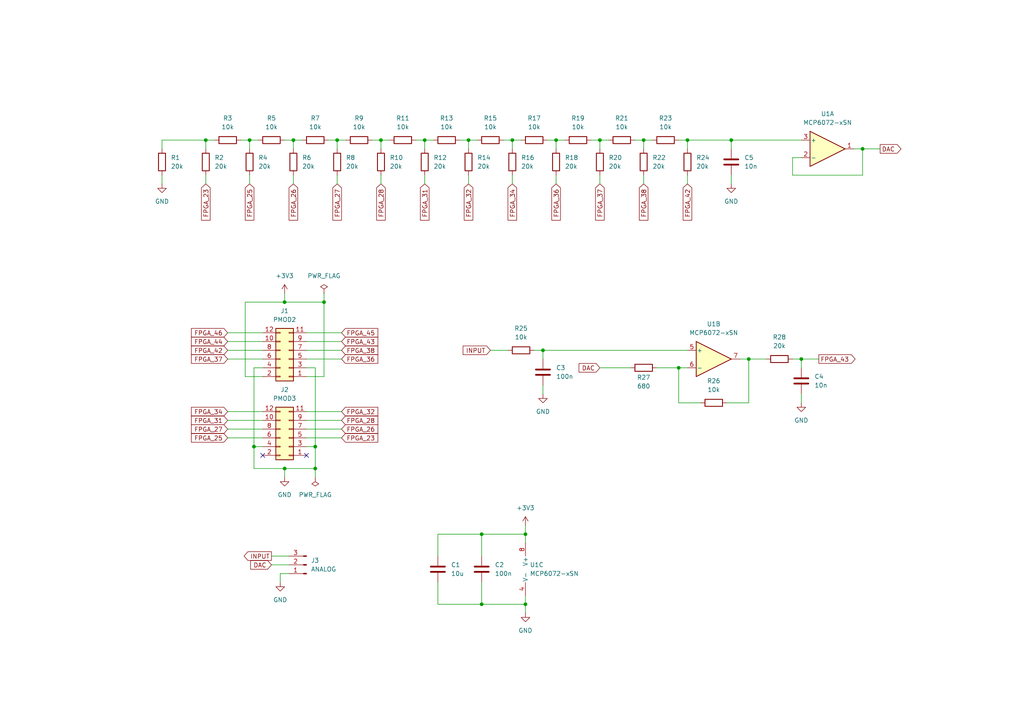
<source format=kicad_sch>
(kicad_sch (version 20231120) (generator "eeschema") (generator_version "8.0")
  (paper "A4")
  (title_block (title "SAR ADC PMOD") (date "2024-04-11") (rev "1") (company "Cedric Hirschi ETH Zürich"))
  (lib_symbols
    (symbol "Amplifier_Operational:MCP6002-xSN" (pin_names (offset 0.127))
      (property "Reference" "U" (at 0 5.08 0))
      (property "Value" "MCP6002-xSN" (at 0 -5.08 0))
      (symbol "MCP6002-xSN_1_1"
        (polyline (pts (xy -5.08 5.08) (xy 5.08 0) (xy -5.08 -5.08) (xy -5.08 5.08)) (stroke (width 0.254)) (fill (type background)))
        (pin output line (at 7.62 0 180) (length 2.54) (name "~") (number "1"))
        (pin input line (at -7.62 -2.54 0) (length 2.54) (name "-") (number "2"))
        (pin input line (at -7.62 2.54 0) (length 2.54) (name "+") (number "3"))
      )
      (symbol "MCP6002-xSN_2_1"
        (polyline (pts (xy -5.08 5.08) (xy 5.08 0) (xy -5.08 -5.08) (xy -5.08 5.08)) (stroke (width 0.254)) (fill (type background)))
        (pin input line (at -7.62 2.54 0) (length 2.54) (name "+") (number "5"))
        (pin input line (at -7.62 -2.54 0) (length 2.54) (name "-") (number "6"))
        (pin output line (at 7.62 0 180) (length 2.54) (name "~") (number "7"))
      )
      (symbol "MCP6002-xSN_3_1"
        (pin power_in line (at -2.54 -7.62 90) (length 3.81) (name "V-") (number "4"))
        (pin power_in line (at -2.54 7.62 270) (length 3.81) (name "V+") (number "8"))
      )
    )
    (symbol "Connector:Conn_01x03_Pin" (pin_names (offset 1.016) hide)
      (property "Reference" "J" (at 0 5.08 0))
      (property "Value" "Conn_01x03_Pin" (at 0 -5.08 0))
      (symbol "Conn_01x03_Pin_1_1"
        (polyline (pts (xy 1.27 -2.54) (xy 0.8636 -2.54)) (stroke (width 0.1524)))
        (polyline (pts (xy 1.27 0) (xy 0.8636 0)) (stroke (width 0.1524)))
        (polyline (pts (xy 1.27 2.54) (xy 0.8636 2.54)) (stroke (width 0.1524)))
        (rectangle (start 0.8636 -2.413) (end 0 -2.667) (stroke (width 0.1524)) (fill (type outline)))
        (rectangle (start 0.8636 0.127) (end 0 -0.127) (stroke (width 0.1524)) (fill (type outline)))
        (rectangle (start 0.8636 2.667) (end 0 2.413) (stroke (width 0.1524)) (fill (type outline)))
        (pin passive line (at 5.08 2.54 180) (length 3.81) (name "Pin_1") (number "1"))
        (pin passive line (at 5.08 0 180) (length 3.81) (name "Pin_2") (number "2"))
        (pin passive line (at 5.08 -2.54 180) (length 3.81) (name "Pin_3") (number "3"))
      )
    )
    (symbol "Connector_Generic:Conn_02x06_Odd_Even" (pin_names (offset 1.016) hide)
      (property "Reference" "J" (at 1.27 7.62 0))
      (property "Value" "Conn_02x06_Odd_Even" (at 1.27 -10.16 0))
      (symbol "Conn_02x06_Odd_Even_1_1"
        (rectangle (start -1.27 -7.493) (end 0 -7.747) (stroke (width 0.1524)))
        (rectangle (start -1.27 -4.953) (end 0 -5.207) (stroke (width 0.1524)))
        (rectangle (start -1.27 -2.413) (end 0 -2.667) (stroke (width 0.1524)))
        (rectangle (start -1.27 0.127) (end 0 -0.127) (stroke (width 0.1524)))
        (rectangle (start -1.27 2.667) (end 0 2.413) (stroke (width 0.1524)))
        (rectangle (start -1.27 5.207) (end 0 4.953) (stroke (width 0.1524)))
        (rectangle (start -1.27 6.35) (end 3.81 -8.89) (stroke (width 0.254)) (fill (type background)))
        (rectangle (start 3.81 -7.493) (end 2.54 -7.747) (stroke (width 0.1524)))
        (rectangle (start 3.81 -4.953) (end 2.54 -5.207) (stroke (width 0.1524)))
        (rectangle (start 3.81 -2.413) (end 2.54 -2.667) (stroke (width 0.1524)))
        (rectangle (start 3.81 0.127) (end 2.54 -0.127) (stroke (width 0.1524)))
        (rectangle (start 3.81 2.667) (end 2.54 2.413) (stroke (width 0.1524)))
        (rectangle (start 3.81 5.207) (end 2.54 4.953) (stroke (width 0.1524)))
        (pin passive line (at -5.08 5.08 0) (length 3.81) (name "Pin_1") (number "1"))
        (pin passive line (at 7.62 -5.08 180) (length 3.81) (name "Pin_10") (number "10"))
        (pin passive line (at -5.08 -7.62 0) (length 3.81) (name "Pin_11") (number "11"))
        (pin passive line (at 7.62 -7.62 180) (length 3.81) (name "Pin_12") (number "12"))
        (pin passive line (at 7.62 5.08 180) (length 3.81) (name "Pin_2") (number "2"))
        (pin passive line (at -5.08 2.54 0) (length 3.81) (name "Pin_3") (number "3"))
        (pin passive line (at 7.62 2.54 180) (length 3.81) (name "Pin_4") (number "4"))
        (pin passive line (at -5.08 0 0) (length 3.81) (name "Pin_5") (number "5"))
        (pin passive line (at 7.62 0 180) (length 3.81) (name "Pin_6") (number "6"))
        (pin passive line (at -5.08 -2.54 0) (length 3.81) (name "Pin_7") (number "7"))
        (pin passive line (at 7.62 -2.54 180) (length 3.81) (name "Pin_8") (number "8"))
        (pin passive line (at -5.08 -5.08 0) (length 3.81) (name "Pin_9") (number "9"))
      )
    )
    (symbol "Device:C" (pin_numbers hide) (pin_names (offset 0.254))
      (property "Reference" "C" (at 0.635 2.54 0))
      (property "Value" "C" (at 0.635 -2.54 0))
      (symbol "C_0_1"
        (polyline (pts (xy -2.032 -0.762) (xy 2.032 -0.762)) (stroke (width 0.508)))
        (polyline (pts (xy -2.032 0.762) (xy 2.032 0.762)) (stroke (width 0.508)))
      )
      (symbol "C_1_1"
        (pin passive line (at 0 3.81 270) (length 2.794) (name "~") (number "1"))
        (pin passive line (at 0 -3.81 90) (length 2.794) (name "~") (number "2"))
      )
    )
    (symbol "Device:R" (pin_numbers hide) (pin_names (offset 0))
      (property "Reference" "R" (at 2.032 0 90))
      (property "Value" "R" (at 0 0 90))
      (symbol "R_0_1"
        (rectangle (start -1.016 -2.54) (end 1.016 2.54) (stroke (width 0.254)))
      )
      (symbol "R_1_1"
        (pin passive line (at 0 3.81 270) (length 1.27) (name "~") (number "1"))
        (pin passive line (at 0 -3.81 90) (length 1.27) (name "~") (number "2"))
      )
    )
    (symbol "power:+3V3" (power) (pin_names (offset 0))
      (property "Value" "+3V3" (at 0 3.556 0))
      (symbol "+3V3_0_1"
        (polyline (pts (xy -0.762 1.27) (xy 0 2.54)))
        (polyline (pts (xy 0 0) (xy 0 2.54)))
        (polyline (pts (xy 0 2.54) (xy 0.762 1.27)))
      )
      (symbol "+3V3_1_1"
        (pin power_in line (at 0 0 90) (length 0) hide (name "+3V3") (number "1"))
      )
    )
    (symbol "power:GND" (power) (pin_names (offset 0))
      (property "Value" "GND" (at 0 -3.81 0))
      (symbol "GND_0_1"
        (polyline (pts (xy 0 0) (xy 0 -1.27) (xy 1.27 -1.27) (xy 0 -2.54) (xy -1.27 -1.27) (xy 0 -1.27)))
      )
      (symbol "GND_1_1"
        (pin power_in line (at 0 0 270) (length 0) hide (name "GND") (number "1"))
      )
    )
    (symbol "power:PWR_FLAG" (power) (pin_numbers hide) (pin_names (offset 0) hide)
      (property "Value" "PWR_FLAG" (at 0 3.81 0))
      (symbol "PWR_FLAG_0_0"
        (pin power_out line (at 0 0 90) (length 0) (name "~") (number "1"))
      )
      (symbol "PWR_FLAG_0_1"
        (polyline (pts (xy 0 0) (xy 0 1.27) (xy -1.016 1.905) (xy 0 2.54) (xy 1.016 1.905) (xy 0 1.27)))
      )
    )
  )
  (junction (at 217.17 104.14))
  (junction (at 139.7 175.26))
  (junction (at 196.85 106.68))
  (junction (at 232.41 104.14))
  (junction (at 139.7 154.94))
  (junction (at 152.4 154.94))
  (junction (at 135.89 40.64))
  (junction (at 250.19 43.18))
  (junction (at 97.79 40.64))
  (junction (at 110.49 40.64))
  (junction (at 152.4 175.26))
  (junction (at 82.55 87.63))
  (junction (at 72.39 40.64))
  (junction (at 85.09 40.64))
  (junction (at 82.55 135.89))
  (junction (at 173.99 40.64))
  (junction (at 91.44 135.89))
  (junction (at 161.29 40.64))
  (junction (at 212.09 40.64))
  (junction (at 59.69 40.64))
  (junction (at 91.44 129.54))
  (junction (at 93.98 87.63))
  (junction (at 148.59 40.64))
  (junction (at 123.19 40.64))
  (junction (at 199.39 40.64))
  (junction (at 73.66 129.54))
  (junction (at 186.69 40.64))
  (junction (at 157.48 101.6))
  (no_connect (at 88.9 132.08))
  (no_connect (at 76.2 132.08))
  (wire (pts (xy 88.9 99.06) (xy 99.06 99.06)))
  (wire (pts (xy 186.69 40.64) (xy 186.69 43.18)))
  (wire (pts (xy 152.4 175.26) (xy 152.4 177.8)))
  (wire (pts (xy 196.85 40.64) (xy 199.39 40.64)))
  (wire (pts (xy 139.7 154.94) (xy 152.4 154.94)))
  (wire (pts (xy 78.74 161.29) (xy 83.82 161.29)))
  (wire (pts (xy 199.39 50.8) (xy 199.39 53.34)))
  (wire (pts (xy 217.17 104.14) (xy 222.25 104.14)))
  (wire (pts (xy 135.89 40.64) (xy 138.43 40.64)))
  (wire (pts (xy 173.99 40.64) (xy 173.99 43.18)))
  (wire (pts (xy 66.04 121.92) (xy 76.2 121.92)))
  (wire (pts (xy 229.87 50.8) (xy 250.19 50.8)))
  (wire (pts (xy 88.9 127) (xy 99.06 127)))
  (wire (pts (xy 157.48 111.76) (xy 157.48 114.3)))
  (wire (pts (xy 161.29 40.64) (xy 163.83 40.64)))
  (wire (pts (xy 127 154.94) (xy 139.7 154.94)))
  (wire (pts (xy 73.66 135.89) (xy 82.55 135.89)))
  (wire (pts (xy 46.99 50.8) (xy 46.99 53.34)))
  (wire (pts (xy 152.4 152.4) (xy 152.4 154.94)))
  (wire (pts (xy 72.39 40.64) (xy 74.93 40.64)))
  (wire (pts (xy 97.79 40.64) (xy 100.33 40.64)))
  (wire (pts (xy 123.19 40.64) (xy 123.19 43.18)))
  (wire (pts (xy 46.99 43.18) (xy 46.99 40.64)))
  (wire (pts (xy 146.05 40.64) (xy 148.59 40.64)))
  (wire (pts (xy 148.59 40.64) (xy 148.59 43.18)))
  (wire (pts (xy 59.69 40.64) (xy 62.23 40.64)))
  (wire (pts (xy 95.25 40.64) (xy 97.79 40.64)))
  (wire (pts (xy 93.98 85.09) (xy 93.98 87.63)))
  (wire (pts (xy 139.7 175.26) (xy 127 175.26)))
  (wire (pts (xy 82.55 135.89) (xy 82.55 138.43)))
  (wire (pts (xy 186.69 50.8) (xy 186.69 53.34)))
  (wire (pts (xy 196.85 106.68) (xy 196.85 116.84)))
  (wire (pts (xy 59.69 40.64) (xy 59.69 43.18)))
  (wire (pts (xy 127 175.26) (xy 127 168.91)))
  (wire (pts (xy 232.41 45.72) (xy 229.87 45.72)))
  (wire (pts (xy 82.55 40.64) (xy 85.09 40.64)))
  (wire (pts (xy 88.9 101.6) (xy 99.06 101.6)))
  (wire (pts (xy 88.9 119.38) (xy 99.06 119.38)))
  (wire (pts (xy 71.12 87.63) (xy 82.55 87.63)))
  (wire (pts (xy 91.44 106.68) (xy 91.44 129.54)))
  (wire (pts (xy 212.09 40.64) (xy 212.09 43.18)))
  (wire (pts (xy 88.9 124.46) (xy 99.06 124.46)))
  (wire (pts (xy 76.2 129.54) (xy 73.66 129.54)))
  (wire (pts (xy 69.85 40.64) (xy 72.39 40.64)))
  (wire (pts (xy 232.41 114.3) (xy 232.41 116.84)))
  (wire (pts (xy 83.82 166.37) (xy 81.28 166.37)))
  (wire (pts (xy 157.48 101.6) (xy 199.39 101.6)))
  (wire (pts (xy 66.04 101.6) (xy 76.2 101.6)))
  (wire (pts (xy 214.63 104.14) (xy 217.17 104.14)))
  (wire (pts (xy 250.19 43.18) (xy 247.65 43.18)))
  (wire (pts (xy 133.35 40.64) (xy 135.89 40.64)))
  (wire (pts (xy 66.04 127) (xy 76.2 127)))
  (wire (pts (xy 66.04 119.38) (xy 76.2 119.38)))
  (wire (pts (xy 148.59 50.8) (xy 148.59 53.34)))
  (wire (pts (xy 158.75 40.64) (xy 161.29 40.64)))
  (wire (pts (xy 73.66 106.68) (xy 73.66 129.54)))
  (wire (pts (xy 81.28 166.37) (xy 81.28 168.91)))
  (wire (pts (xy 110.49 40.64) (xy 110.49 43.18)))
  (wire (pts (xy 139.7 154.94) (xy 139.7 161.29)))
  (wire (pts (xy 110.49 50.8) (xy 110.49 53.34)))
  (wire (pts (xy 152.4 175.26) (xy 139.7 175.26)))
  (wire (pts (xy 229.87 45.72) (xy 229.87 50.8)))
  (wire (pts (xy 186.69 40.64) (xy 189.23 40.64)))
  (wire (pts (xy 91.44 106.68) (xy 88.9 106.68)))
  (wire (pts (xy 184.15 40.64) (xy 186.69 40.64)))
  (wire (pts (xy 107.95 40.64) (xy 110.49 40.64)))
  (wire (pts (xy 199.39 40.64) (xy 212.09 40.64)))
  (wire (pts (xy 123.19 40.64) (xy 125.73 40.64)))
  (wire (pts (xy 171.45 40.64) (xy 173.99 40.64)))
  (wire (pts (xy 157.48 101.6) (xy 157.48 104.14)))
  (wire (pts (xy 82.55 85.09) (xy 82.55 87.63)))
  (wire (pts (xy 173.99 40.64) (xy 176.53 40.64)))
  (wire (pts (xy 76.2 106.68) (xy 73.66 106.68)))
  (wire (pts (xy 97.79 50.8) (xy 97.79 53.34)))
  (wire (pts (xy 78.74 163.83) (xy 83.82 163.83)))
  (wire (pts (xy 199.39 40.64) (xy 199.39 43.18)))
  (wire (pts (xy 210.82 116.84) (xy 217.17 116.84)))
  (wire (pts (xy 72.39 40.64) (xy 72.39 43.18)))
  (wire (pts (xy 66.04 104.14) (xy 76.2 104.14)))
  (wire (pts (xy 72.39 50.8) (xy 72.39 53.34)))
  (wire (pts (xy 85.09 40.64) (xy 87.63 40.64)))
  (wire (pts (xy 93.98 87.63) (xy 93.98 109.22)))
  (wire (pts (xy 161.29 50.8) (xy 161.29 53.34)))
  (wire (pts (xy 91.44 135.89) (xy 91.44 129.54)))
  (wire (pts (xy 85.09 50.8) (xy 85.09 53.34)))
  (wire (pts (xy 212.09 40.64) (xy 232.41 40.64)))
  (wire (pts (xy 127 161.29) (xy 127 154.94)))
  (wire (pts (xy 196.85 106.68) (xy 199.39 106.68)))
  (wire (pts (xy 139.7 175.26) (xy 139.7 168.91)))
  (wire (pts (xy 152.4 154.94) (xy 152.4 157.48)))
  (wire (pts (xy 232.41 104.14) (xy 232.41 106.68)))
  (wire (pts (xy 232.41 104.14) (xy 237.49 104.14)))
  (wire (pts (xy 135.89 50.8) (xy 135.89 53.34)))
  (wire (pts (xy 66.04 124.46) (xy 76.2 124.46)))
  (wire (pts (xy 88.9 104.14) (xy 99.06 104.14)))
  (wire (pts (xy 173.99 50.8) (xy 173.99 53.34)))
  (wire (pts (xy 59.69 50.8) (xy 59.69 53.34)))
  (wire (pts (xy 91.44 135.89) (xy 91.44 138.43)))
  (wire (pts (xy 66.04 99.06) (xy 76.2 99.06)))
  (wire (pts (xy 196.85 116.84) (xy 203.2 116.84)))
  (wire (pts (xy 71.12 87.63) (xy 71.12 109.22)))
  (wire (pts (xy 190.5 106.68) (xy 196.85 106.68)))
  (wire (pts (xy 91.44 129.54) (xy 88.9 129.54)))
  (wire (pts (xy 82.55 135.89) (xy 91.44 135.89)))
  (wire (pts (xy 76.2 109.22) (xy 71.12 109.22)))
  (wire (pts (xy 110.49 40.64) (xy 113.03 40.64)))
  (wire (pts (xy 66.04 96.52) (xy 76.2 96.52)))
  (wire (pts (xy 229.87 104.14) (xy 232.41 104.14)))
  (wire (pts (xy 97.79 40.64) (xy 97.79 43.18)))
  (wire (pts (xy 250.19 43.18) (xy 255.27 43.18)))
  (wire (pts (xy 250.19 50.8) (xy 250.19 43.18)))
  (wire (pts (xy 148.59 40.64) (xy 151.13 40.64)))
  (wire (pts (xy 88.9 121.92) (xy 99.06 121.92)))
  (wire (pts (xy 135.89 40.64) (xy 135.89 43.18)))
  (wire (pts (xy 161.29 40.64) (xy 161.29 43.18)))
  (wire (pts (xy 120.65 40.64) (xy 123.19 40.64)))
  (wire (pts (xy 88.9 96.52) (xy 99.06 96.52)))
  (wire (pts (xy 93.98 109.22) (xy 88.9 109.22)))
  (wire (pts (xy 46.99 40.64) (xy 59.69 40.64)))
  (wire (pts (xy 85.09 40.64) (xy 85.09 43.18)))
  (wire (pts (xy 217.17 104.14) (xy 217.17 116.84)))
  (wire (pts (xy 73.66 129.54) (xy 73.66 135.89)))
  (wire (pts (xy 212.09 50.8) (xy 212.09 53.34)))
  (wire (pts (xy 142.24 101.6) (xy 147.32 101.6)))
  (wire (pts (xy 173.99 106.68) (xy 182.88 106.68)))
  (wire (pts (xy 152.4 172.72) (xy 152.4 175.26)))
  (wire (pts (xy 82.55 87.63) (xy 93.98 87.63)))
  (wire (pts (xy 123.19 50.8) (xy 123.19 53.34)))
  (wire (pts (xy 154.94 101.6) (xy 157.48 101.6)))
  (global_label "FPGA_25" (shape input) (at 72.39 53.34 270) (property "Intersheetrefs" "${INTERSHEET_REFS}" (effects (hide yes))))
  (global_label "FPGA_32" (shape input) (at 135.89 53.34 270) (property "Intersheetrefs" "${INTERSHEET_REFS}" (effects (hide yes))))
  (global_label "FPGA_31" (shape input) (at 66.04 121.92 180) (property "Intersheetrefs" "${INTERSHEET_REFS}" (effects (hide yes))))
  (global_label "FPGA_23" (shape input) (at 99.06 127 0) (property "Intersheetrefs" "${INTERSHEET_REFS}" (effects (hide yes))))
  (global_label "FPGA_42" (shape input) (at 66.04 101.6 180) (property "Intersheetrefs" "${INTERSHEET_REFS}" (effects (hide yes))))
  (global_label "FPGA_26" (shape input) (at 85.09 53.34 270) (property "Intersheetrefs" "${INTERSHEET_REFS}" (effects (hide yes))))
  (global_label "INPUT" (shape output) (at 78.74 161.29 180) (property "Intersheetrefs" "${INTERSHEET_REFS}" (effects (hide yes))))
  (global_label "FPGA_28" (shape input) (at 99.06 121.92 0) (property "Intersheetrefs" "${INTERSHEET_REFS}" (effects (hide yes))))
  (global_label "FPGA_43" (shape output) (at 237.49 104.14 0) (property "Intersheetrefs" "${INTERSHEET_REFS}" (effects (hide yes))))
  (global_label "FPGA_44" (shape input) (at 66.04 99.06 180) (property "Intersheetrefs" "${INTERSHEET_REFS}" (effects (hide yes))))
  (global_label "FPGA_42" (shape input) (at 199.39 53.34 270) (property "Intersheetrefs" "${INTERSHEET_REFS}" (effects (hide yes))))
  (global_label "FPGA_37" (shape input) (at 66.04 104.14 180) (property "Intersheetrefs" "${INTERSHEET_REFS}" (effects (hide yes))))
  (global_label "DAC" (shape input) (at 78.74 163.83 180) (property "Intersheetrefs" "${INTERSHEET_REFS}" (effects (hide yes))))
  (global_label "FPGA_34" (shape input) (at 66.04 119.38 180) (property "Intersheetrefs" "${INTERSHEET_REFS}" (effects (hide yes))))
  (global_label "INPUT" (shape input) (at 142.24 101.6 180) (property "Intersheetrefs" "${INTERSHEET_REFS}" (effects (hide yes))))
  (global_label "FPGA_25" (shape input) (at 66.04 127 180) (property "Intersheetrefs" "${INTERSHEET_REFS}" (effects (hide yes))))
  (global_label "FPGA_28" (shape input) (at 110.49 53.34 270) (property "Intersheetrefs" "${INTERSHEET_REFS}" (effects (hide yes))))
  (global_label "FPGA_38" (shape input) (at 186.69 53.34 270) (property "Intersheetrefs" "${INTERSHEET_REFS}" (effects (hide yes))))
  (global_label "FPGA_23" (shape input) (at 59.69 53.34 270) (property "Intersheetrefs" "${INTERSHEET_REFS}" (effects (hide yes))))
  (global_label "DAC" (shape output) (at 255.27 43.18 0) (property "Intersheetrefs" "${INTERSHEET_REFS}" (effects (hide yes))))
  (global_label "FPGA_43" (shape input) (at 99.06 99.06 0) (property "Intersheetrefs" "${INTERSHEET_REFS}" (effects (hide yes))))
  (global_label "FPGA_26" (shape input) (at 99.06 124.46 0) (property "Intersheetrefs" "${INTERSHEET_REFS}" (effects (hide yes))))
  (global_label "FPGA_27" (shape input) (at 66.04 124.46 180) (property "Intersheetrefs" "${INTERSHEET_REFS}" (effects (hide yes))))
  (global_label "FPGA_34" (shape input) (at 148.59 53.34 270) (property "Intersheetrefs" "${INTERSHEET_REFS}" (effects (hide yes))))
  (global_label "FPGA_45" (shape input) (at 99.06 96.52 0) (property "Intersheetrefs" "${INTERSHEET_REFS}" (effects (hide yes))))
  (global_label "FPGA_36" (shape input) (at 161.29 53.34 270) (property "Intersheetrefs" "${INTERSHEET_REFS}" (effects (hide yes))))
  (global_label "FPGA_27" (shape input) (at 97.79 53.34 270) (property "Intersheetrefs" "${INTERSHEET_REFS}" (effects (hide yes))))
  (global_label "FPGA_46" (shape input) (at 66.04 96.52 180) (property "Intersheetrefs" "${INTERSHEET_REFS}" (effects (hide yes))))
  (global_label "FPGA_36" (shape input) (at 99.06 104.14 0) (property "Intersheetrefs" "${INTERSHEET_REFS}" (effects (hide yes))))
  (global_label "FPGA_38" (shape input) (at 99.06 101.6 0) (property "Intersheetrefs" "${INTERSHEET_REFS}" (effects (hide yes))))
  (global_label "FPGA_32" (shape input) (at 99.06 119.38 0) (property "Intersheetrefs" "${INTERSHEET_REFS}" (effects (hide yes))))
  (global_label "FPGA_31" (shape input) (at 123.19 53.34 270) (property "Intersheetrefs" "${INTERSHEET_REFS}" (effects (hide yes))))
  (global_label "DAC" (shape input) (at 173.99 106.68 180) (property "Intersheetrefs" "${INTERSHEET_REFS}" (effects (hide yes))))
  (global_label "FPGA_37" (shape input) (at 173.99 53.34 270) (property "Intersheetrefs" "${INTERSHEET_REFS}" (effects (hide yes))))
  (symbol (lib_id "power:GND") (at 212.09 53.34 0) (unit 1)
    (property "Reference" "#PWR07" (effects (hide yes)))
    (property "Value" "GND" (at 212.09 58.42 0))
    (property "Description" "Power symbol creates a global label with name \"GND\" , ground" (effects (hide yes)))
  )
  (symbol (lib_id "Connector:Conn_01x03_Pin") (at 88.9 163.83 180) (unit 1)
    (property "Reference" "J3" (at 90.17 162.5599 0) (effects (justify right)))
    (property "Value" "ANALOG" (at 90.17 165.0999 0) (effects (justify right)))
    (property "Footprint" "Connector_PinHeader_2.54mm:PinHeader_1x03_P2.54mm_Vertical" (effects (hide yes)))
    (property "Description" "Generic connector, single row, 01x03, script generated" (effects (hide yes)))
  )
  (symbol (lib_id "Device:R") (at 66.04 40.64 90) (unit 1)
    (property "Reference" "R3" (at 66.04 34.29 90))
    (property "Value" "10k" (at 66.04 36.83 90))
    (property "Footprint" "Resistor_SMD:R_0402_1005Metric" (effects (hide yes)))
    (property "Description" "Resistor" (effects (hide yes)))
  )
  (symbol (lib_id "power:GND") (at 81.28 168.91 0) (unit 1)
    (property "Reference" "#PWR04" (effects (hide yes)))
    (property "Value" "GND" (at 81.28 173.99 0))
    (property "Description" "Power symbol creates a global label with name \"GND\" , ground" (effects (hide yes)))
  )
  (symbol (lib_id "Device:R") (at 193.04 40.64 90) (unit 1)
    (property "Reference" "R23" (at 193.04 34.29 90))
    (property "Value" "10k" (at 193.04 36.83 90))
    (property "Footprint" "Resistor_SMD:R_0402_1005Metric" (effects (hide yes)))
    (property "Description" "Resistor" (effects (hide yes)))
  )
  (symbol (lib_id "Device:R") (at 46.99 46.99 0) (unit 1)
    (property "Reference" "R1" (at 49.53 45.7199 0) (effects (justify left)))
    (property "Value" "20k" (at 49.53 48.2599 0) (effects (justify left)))
    (property "Footprint" "Resistor_SMD:R_0402_1005Metric" (effects (hide yes)))
    (property "Description" "Resistor" (effects (hide yes)))
  )
  (symbol (lib_id "Device:R") (at 226.06 104.14 90) (unit 1)
    (property "Reference" "R28" (at 226.06 97.79 90))
    (property "Value" "20k" (at 226.06 100.33 90))
    (property "Footprint" "Resistor_SMD:R_0402_1005Metric" (effects (hide yes)))
    (property "Description" "Resistor" (effects (hide yes)))
  )
  (symbol (lib_id "Device:R") (at 186.69 46.99 0) (unit 1)
    (property "Reference" "R22" (at 189.23 45.7199 0) (effects (justify left)))
    (property "Value" "20k" (at 189.23 48.2599 0) (effects (justify left)))
    (property "Footprint" "Resistor_SMD:R_0402_1005Metric" (effects (hide yes)))
    (property "Description" "Resistor" (effects (hide yes)))
  )
  (symbol (lib_id "power:GND") (at 82.55 138.43 0) (unit 1)
    (property "Reference" "#PWR01" (effects (hide yes)))
    (property "Value" "GND" (at 82.55 143.51 0))
    (property "Description" "Power symbol creates a global label with name \"GND\" , ground" (effects (hide yes)))
  )
  (symbol (lib_id "Device:R") (at 154.94 40.64 90) (unit 1)
    (property "Reference" "R17" (at 154.94 34.29 90))
    (property "Value" "10k" (at 154.94 36.83 90))
    (property "Footprint" "Resistor_SMD:R_0402_1005Metric" (effects (hide yes)))
    (property "Description" "Resistor" (effects (hide yes)))
  )
  (symbol (lib_id "Connector_Generic:Conn_02x06_Odd_Even") (at 83.82 104.14 180) (unit 1)
    (property "Reference" "J1" (at 82.55 90.17 0))
    (property "Value" "PMOD2" (at 82.55 92.71 0))
    (property "Footprint" "Connector_PinHeader_2.54mm:PinHeader_2x06_P2.54mm_Horizontal" (effects (hide yes)))
    (property "Description" "Generic connector, double row, 02x06, odd/even pin numbering scheme (row 1 odd numbers, row 2 even numbers), script generated (kicad-library-utils/schlib/autogen/connector/)" (effects (hide yes)))
  )
  (symbol (lib_id "Device:R") (at 151.13 101.6 90) (unit 1)
    (property "Reference" "R25" (at 151.13 95.25 90))
    (property "Value" "10k" (at 151.13 97.79 90))
    (property "Footprint" "Resistor_SMD:R_0402_1005Metric" (effects (hide yes)))
    (property "Description" "Resistor" (effects (hide yes)))
  )
  (symbol (lib_id "power:PWR_FLAG") (at 93.98 85.09 0) (unit 1)
    (property "Reference" "#FLG02" (effects (hide yes)))
    (property "Value" "PWR_FLAG" (at 93.98 80.01 0))
    (property "Description" "Special symbol for telling ERC where power comes from" (effects (hide yes)))
  )
  (symbol (lib_id "Amplifier_Operational:MCP6002-xSN") (at 154.94 165.1 0) (unit 3)
    (property "Reference" "U1" (at 153.67 163.8299 0) (effects (justify left)))
    (property "Value" "MCP6072-xSN" (at 153.67 166.3699 0) (effects (justify left)))
    (property "Footprint" "Package_SO:SOIC-8_3.9x4.9mm_P1.27mm" (effects (hide yes)))
    (property "Datasheet" "http://ww1.microchip.com/downloads/en/DeviceDoc/21733j.pdf" (effects (hide yes)))
    (property "Description" "1MHz, Low-Power Op Amp, SOIC-8" (effects (hide yes)))
  )
  (symbol (lib_id "Device:R") (at 72.39 46.99 0) (unit 1)
    (property "Reference" "R4" (at 74.93 45.7199 0) (effects (justify left)))
    (property "Value" "20k" (at 74.93 48.2599 0) (effects (justify left)))
    (property "Footprint" "Resistor_SMD:R_0402_1005Metric" (effects (hide yes)))
    (property "Description" "Resistor" (effects (hide yes)))
  )
  (symbol (lib_id "Device:R") (at 91.44 40.64 90) (unit 1)
    (property "Reference" "R7" (at 91.44 34.29 90))
    (property "Value" "10k" (at 91.44 36.83 90))
    (property "Footprint" "Resistor_SMD:R_0402_1005Metric" (effects (hide yes)))
    (property "Description" "Resistor" (effects (hide yes)))
  )
  (symbol (lib_id "Device:R") (at 123.19 46.99 0) (unit 1)
    (property "Reference" "R12" (at 125.73 45.7199 0) (effects (justify left)))
    (property "Value" "20k" (at 125.73 48.2599 0) (effects (justify left)))
    (property "Footprint" "Resistor_SMD:R_0402_1005Metric" (effects (hide yes)))
    (property "Description" "Resistor" (effects (hide yes)))
  )
  (symbol (lib_id "Device:C") (at 212.09 46.99 0) (unit 1)
    (property "Reference" "C5" (at 215.9 45.7199 0) (effects (justify left)))
    (property "Value" "10n" (at 215.9 48.2599 0) (effects (justify left)))
    (property "Footprint" "Capacitor_SMD:C_0402_1005Metric" (effects (hide yes)))
    (property "Description" "Unpolarized capacitor" (effects (hide yes)))
  )
  (symbol (lib_id "Device:C") (at 139.7 165.1 0) (unit 1)
    (property "Reference" "C2" (at 143.51 163.8299 0) (effects (justify left)))
    (property "Value" "100n" (at 143.51 166.3699 0) (effects (justify left)))
    (property "Footprint" "Capacitor_SMD:C_0402_1005Metric" (effects (hide yes)))
    (property "Description" "Unpolarized capacitor" (effects (hide yes)))
  )
  (symbol (lib_id "Device:R") (at 180.34 40.64 90) (unit 1)
    (property "Reference" "R21" (at 180.34 34.29 90))
    (property "Value" "10k" (at 180.34 36.83 90))
    (property "Footprint" "Resistor_SMD:R_0402_1005Metric" (effects (hide yes)))
    (property "Description" "Resistor" (effects (hide yes)))
  )
  (symbol (lib_id "power:+3V3") (at 152.4 152.4 0) (unit 1)
    (property "Reference" "#PWR06" (effects (hide yes)))
    (property "Value" "+3V3" (at 152.4 147.32 0))
    (property "Description" "Power symbol creates a global label with name \"+3V3\"" (effects (hide yes)))
  )
  (symbol (lib_id "Device:R") (at 97.79 46.99 0) (unit 1)
    (property "Reference" "R8" (at 100.33 45.7199 0) (effects (justify left)))
    (property "Value" "20k" (at 100.33 48.2599 0) (effects (justify left)))
    (property "Footprint" "Resistor_SMD:R_0402_1005Metric" (effects (hide yes)))
    (property "Description" "Resistor" (effects (hide yes)))
  )
  (symbol (lib_id "Device:R") (at 135.89 46.99 0) (unit 1)
    (property "Reference" "R14" (at 138.43 45.7199 0) (effects (justify left)))
    (property "Value" "20k" (at 138.43 48.2599 0) (effects (justify left)))
    (property "Footprint" "Resistor_SMD:R_0402_1005Metric" (effects (hide yes)))
    (property "Description" "Resistor" (effects (hide yes)))
  )
  (symbol (lib_id "Device:R") (at 161.29 46.99 0) (unit 1)
    (property "Reference" "R18" (at 163.83 45.7199 0) (effects (justify left)))
    (property "Value" "20k" (at 163.83 48.2599 0) (effects (justify left)))
    (property "Footprint" "Resistor_SMD:R_0402_1005Metric" (effects (hide yes)))
    (property "Description" "Resistor" (effects (hide yes)))
  )
  (symbol (lib_id "Device:R") (at 85.09 46.99 0) (unit 1)
    (property "Reference" "R6" (at 87.63 45.7199 0) (effects (justify left)))
    (property "Value" "20k" (at 87.63 48.2599 0) (effects (justify left)))
    (property "Footprint" "Resistor_SMD:R_0402_1005Metric" (effects (hide yes)))
    (property "Description" "Resistor" (effects (hide yes)))
  )
  (symbol (lib_id "Amplifier_Operational:MCP6002-xSN") (at 240.03 43.18 0) (unit 1)
    (property "Reference" "U1" (at 240.03 33.02 0))
    (property "Value" "MCP6072-xSN" (at 240.03 35.56 0))
    (property "Footprint" "Package_SO:SOIC-8_3.9x4.9mm_P1.27mm" (effects (hide yes)))
    (property "Datasheet" "http://ww1.microchip.com/downloads/en/DeviceDoc/21733j.pdf" (effects (hide yes)))
    (property "Description" "1MHz, Low-Power Op Amp, SOIC-8" (effects (hide yes)))
  )
  (symbol (lib_id "Connector_Generic:Conn_02x06_Odd_Even") (at 83.82 127 180) (unit 1)
    (property "Reference" "J2" (at 82.55 113.03 0))
    (property "Value" "PMOD3" (at 82.55 115.57 0))
    (property "Footprint" "Connector_PinHeader_2.54mm:PinHeader_2x06_P2.54mm_Horizontal" (effects (hide yes)))
    (property "Description" "Generic connector, double row, 02x06, odd/even pin numbering scheme (row 1 odd numbers, row 2 even numbers), script generated (kicad-library-utils/schlib/autogen/connector/)" (effects (hide yes)))
  )
  (symbol (lib_id "Device:R") (at 142.24 40.64 90) (unit 1)
    (property "Reference" "R15" (at 142.24 34.29 90))
    (property "Value" "10k" (at 142.24 36.83 90))
    (property "Footprint" "Resistor_SMD:R_0402_1005Metric" (effects (hide yes)))
    (property "Description" "Resistor" (effects (hide yes)))
  )
  (symbol (lib_id "power:+3V3") (at 82.55 85.09 0) (unit 1)
    (property "Reference" "#PWR02" (effects (hide yes)))
    (property "Value" "+3V3" (at 82.55 80.01 0))
    (property "Description" "Power symbol creates a global label with name \"+3V3\"" (effects (hide yes)))
  )
  (symbol (lib_id "power:GND") (at 152.4 177.8 0) (unit 1)
    (property "Reference" "#PWR05" (effects (hide yes)))
    (property "Value" "GND" (at 152.4 182.88 0))
    (property "Description" "Power symbol creates a global label with name \"GND\" , ground" (effects (hide yes)))
  )
  (symbol (lib_id "Device:R") (at 148.59 46.99 0) (unit 1)
    (property "Reference" "R16" (at 151.13 45.7199 0) (effects (justify left)))
    (property "Value" "20k" (at 151.13 48.2599 0) (effects (justify left)))
    (property "Footprint" "Resistor_SMD:R_0402_1005Metric" (effects (hide yes)))
    (property "Description" "Resistor" (effects (hide yes)))
  )
  (symbol (lib_id "Device:R") (at 167.64 40.64 90) (unit 1)
    (property "Reference" "R19" (at 167.64 34.29 90))
    (property "Value" "10k" (at 167.64 36.83 90))
    (property "Footprint" "Resistor_SMD:R_0402_1005Metric" (effects (hide yes)))
    (property "Description" "Resistor" (effects (hide yes)))
  )
  (symbol (lib_id "Device:R") (at 59.69 46.99 0) (unit 1)
    (property "Reference" "R2" (at 62.23 45.7199 0) (effects (justify left)))
    (property "Value" "20k" (at 62.23 48.2599 0) (effects (justify left)))
    (property "Footprint" "Resistor_SMD:R_0402_1005Metric" (effects (hide yes)))
    (property "Description" "Resistor" (effects (hide yes)))
  )
  (symbol (lib_id "Device:R") (at 207.01 116.84 90) (unit 1)
    (property "Reference" "R26" (at 207.01 110.49 90))
    (property "Value" "10k" (at 207.01 113.03 90))
    (property "Footprint" "Resistor_SMD:R_0402_1005Metric" (effects (hide yes)))
    (property "Description" "Resistor" (effects (hide yes)))
  )
  (symbol (lib_id "Device:C") (at 157.48 107.95 0) (unit 1)
    (property "Reference" "C3" (at 161.29 106.6799 0) (effects (justify left)))
    (property "Value" "100n" (at 161.29 109.2199 0) (effects (justify left)))
    (property "Footprint" "Capacitor_SMD:C_0402_1005Metric" (effects (hide yes)))
    (property "Description" "Unpolarized capacitor" (effects (hide yes)))
  )
  (symbol (lib_id "Amplifier_Operational:MCP6002-xSN") (at 207.01 104.14 0) (unit 2)
    (property "Reference" "U1" (at 207.01 93.98 0))
    (property "Value" "MCP6072-xSN" (at 207.01 96.52 0))
    (property "Footprint" "Package_SO:SOIC-8_3.9x4.9mm_P1.27mm" (effects (hide yes)))
    (property "Datasheet" "http://ww1.microchip.com/downloads/en/DeviceDoc/21733j.pdf" (effects (hide yes)))
    (property "Description" "1MHz, Low-Power Op Amp, SOIC-8" (effects (hide yes)))
  )
  (symbol (lib_id "power:GND") (at 232.41 116.84 0) (unit 1)
    (property "Reference" "#PWR09" (effects (hide yes)))
    (property "Value" "GND" (at 232.41 121.92 0))
    (property "Description" "Power symbol creates a global label with name \"GND\" , ground" (effects (hide yes)))
  )
  (symbol (lib_id "Device:R") (at 186.69 106.68 90) (unit 1)
    (property "Reference" "R27" (at 186.69 109.474 90))
    (property "Value" "680" (at 186.69 112.014 90))
    (property "Footprint" "Resistor_SMD:R_0402_1005Metric" (effects (hide yes)))
    (property "Description" "Resistor" (effects (hide yes)))
  )
  (symbol (lib_id "Device:R") (at 110.49 46.99 0) (unit 1)
    (property "Reference" "R10" (at 113.03 45.7199 0) (effects (justify left)))
    (property "Value" "20k" (at 113.03 48.2599 0) (effects (justify left)))
    (property "Footprint" "Resistor_SMD:R_0402_1005Metric" (effects (hide yes)))
    (property "Description" "Resistor" (effects (hide yes)))
  )
  (symbol (lib_id "Device:R") (at 199.39 46.99 0) (unit 1)
    (property "Reference" "R24" (at 201.93 45.7199 0) (effects (justify left)))
    (property "Value" "20k" (at 201.93 48.2599 0) (effects (justify left)))
    (property "Footprint" "Resistor_SMD:R_0402_1005Metric" (effects (hide yes)))
    (property "Description" "Resistor" (effects (hide yes)))
  )
  (symbol (lib_id "Device:R") (at 173.99 46.99 0) (unit 1)
    (property "Reference" "R20" (at 176.53 45.7199 0) (effects (justify left)))
    (property "Value" "20k" (at 176.53 48.2599 0) (effects (justify left)))
    (property "Footprint" "Resistor_SMD:R_0402_1005Metric" (effects (hide yes)))
    (property "Description" "Resistor" (effects (hide yes)))
  )
  (symbol (lib_id "power:GND") (at 46.99 53.34 0) (unit 1)
    (property "Reference" "#PWR03" (effects (hide yes)))
    (property "Value" "GND" (at 46.99 58.42 0))
    (property "Description" "Power symbol creates a global label with name \"GND\" , ground" (effects (hide yes)))
  )
  (symbol (lib_id "Device:R") (at 104.14 40.64 90) (unit 1)
    (property "Reference" "R9" (at 104.14 34.29 90))
    (property "Value" "10k" (at 104.14 36.83 90))
    (property "Footprint" "Resistor_SMD:R_0402_1005Metric" (effects (hide yes)))
    (property "Description" "Resistor" (effects (hide yes)))
  )
  (symbol (lib_id "Device:C") (at 127 165.1 0) (unit 1)
    (property "Reference" "C1" (at 130.81 163.8299 0) (effects (justify left)))
    (property "Value" "10u" (at 130.81 166.3699 0) (effects (justify left)))
    (property "Footprint" "Capacitor_SMD:C_0402_1005Metric" (effects (hide yes)))
    (property "Description" "Unpolarized capacitor" (effects (hide yes)))
  )
  (symbol (lib_id "power:GND") (at 157.48 114.3 0) (unit 1)
    (property "Reference" "#PWR08" (effects (hide yes)))
    (property "Value" "GND" (at 157.48 119.38 0))
    (property "Description" "Power symbol creates a global label with name \"GND\" , ground" (effects (hide yes)))
  )
  (symbol (lib_id "Device:C") (at 232.41 110.49 0) (unit 1)
    (property "Reference" "C4" (at 236.22 109.2199 0) (effects (justify left)))
    (property "Value" "10n" (at 236.22 111.7599 0) (effects (justify left)))
    (property "Footprint" "Capacitor_SMD:C_0402_1005Metric" (effects (hide yes)))
    (property "Description" "Unpolarized capacitor" (effects (hide yes)))
  )
  (symbol (lib_id "Device:R") (at 116.84 40.64 90) (unit 1)
    (property "Reference" "R11" (at 116.84 34.29 90))
    (property "Value" "10k" (at 116.84 36.83 90))
    (property "Footprint" "Resistor_SMD:R_0402_1005Metric" (effects (hide yes)))
    (property "Description" "Resistor" (effects (hide yes)))
  )
  (symbol (lib_id "Device:R") (at 78.74 40.64 90) (unit 1)
    (property "Reference" "R5" (at 78.74 34.29 90))
    (property "Value" "10k" (at 78.74 36.83 90))
    (property "Footprint" "Resistor_SMD:R_0402_1005Metric" (effects (hide yes)))
    (property "Description" "Resistor" (effects (hide yes)))
  )
  (symbol (lib_id "power:PWR_FLAG") (at 91.44 138.43 180) (unit 1)
    (property "Reference" "#FLG01" (effects (hide yes)))
    (property "Value" "PWR_FLAG" (at 91.44 143.51 0))
    (property "Description" "Special symbol for telling ERC where power comes from" (effects (hide yes)))
  )
  (symbol (lib_id "Device:R") (at 129.54 40.64 90) (unit 1)
    (property "Reference" "R13" (at 129.54 34.29 90))
    (property "Value" "10k" (at 129.54 36.83 90))
    (property "Footprint" "Resistor_SMD:R_0402_1005Metric" (effects (hide yes)))
    (property "Description" "Resistor" (effects (hide yes)))
  )
)
</source>
